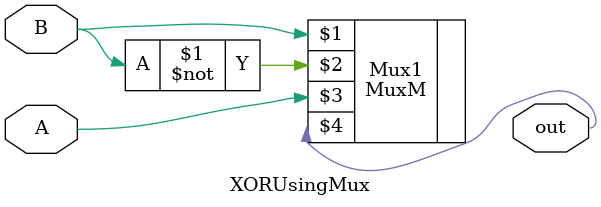
<source format=v>
`timescale 1ns / 1ps
module XORUsingMux(input A, B, output out
    );
	parameter M1= 0;
	defparam Mux1.M = M1;
	MuxM Mux1(B, ~B, A, out);

endmodule

</source>
